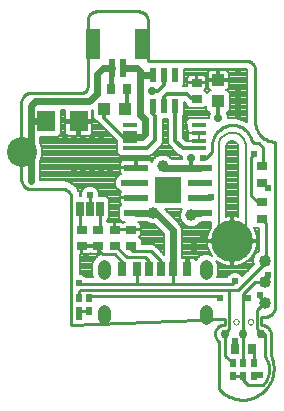
<source format=gtl>
G75*
G70*
%OFA0B0*%
%FSLAX24Y24*%
%IPPOS*%
%LPD*%
%AMOC8*
5,1,8,0,0,1.08239X$1,22.5*
%
%ADD10C,0.0050*%
%ADD11C,0.0100*%
%ADD12C,0.0000*%
%ADD13R,0.0630X0.0709*%
%ADD14R,0.0433X0.0394*%
%ADD15R,0.0394X0.0433*%
%ADD16R,0.0354X0.0250*%
%ADD17R,0.0250X0.0354*%
%ADD18R,0.0810X0.0240*%
%ADD19R,0.0900X0.0900*%
%ADD20R,0.0217X0.0472*%
%ADD21R,0.0472X0.0138*%
%ADD22R,0.0315X0.0472*%
%ADD23R,0.0299X0.0472*%
%ADD24C,0.0004*%
%ADD25C,0.0433*%
%ADD26R,0.0250X0.0500*%
%ADD27C,0.0400*%
%ADD28C,0.0300*%
%ADD29R,0.0236X0.0610*%
%ADD30R,0.0480X0.1000*%
%ADD31R,0.0197X0.0276*%
%ADD32C,0.1000*%
%ADD33C,0.1400*%
%ADD34C,0.0080*%
%ADD35C,0.0240*%
%ADD36C,0.0240*%
%ADD37C,0.0390*%
%ADD38C,0.0140*%
%ADD39C,0.0280*%
%ADD40C,0.0160*%
%ADD41C,0.0120*%
%ADD42C,0.0200*%
D10*
X007158Y005886D02*
X007158Y008596D01*
X007160Y008637D01*
X007165Y008677D01*
X007174Y008717D01*
X007187Y008756D01*
X007203Y008793D01*
X007222Y008829D01*
X007245Y008863D01*
X007270Y008895D01*
X007299Y008925D01*
X007329Y008952D01*
X007362Y008976D01*
X007397Y008997D01*
X007434Y009014D01*
X007472Y009029D01*
X007512Y009040D01*
X007552Y009047D01*
X007593Y009051D01*
X007633Y009051D01*
X007674Y009047D01*
X007714Y009040D01*
X007754Y009029D01*
X007792Y009014D01*
X007829Y008997D01*
X007864Y008976D01*
X007897Y008952D01*
X007927Y008925D01*
X007956Y008895D01*
X007981Y008863D01*
X008004Y008829D01*
X008023Y008793D01*
X008039Y008756D01*
X008052Y008717D01*
X008061Y008677D01*
X008066Y008637D01*
X008068Y008596D01*
X008068Y005886D01*
X008066Y005845D01*
X008061Y005805D01*
X008052Y005765D01*
X008039Y005726D01*
X008023Y005689D01*
X008004Y005653D01*
X007981Y005619D01*
X007956Y005587D01*
X007927Y005557D01*
X007897Y005530D01*
X007864Y005506D01*
X007829Y005485D01*
X007792Y005468D01*
X007754Y005453D01*
X007714Y005442D01*
X007674Y005435D01*
X007633Y005431D01*
X007593Y005431D01*
X007552Y005435D01*
X007512Y005442D01*
X007472Y005453D01*
X007434Y005468D01*
X007397Y005485D01*
X007362Y005506D01*
X007329Y005530D01*
X007299Y005557D01*
X007270Y005587D01*
X007245Y005619D01*
X007222Y005653D01*
X007203Y005689D01*
X007187Y005726D01*
X007174Y005765D01*
X007165Y005805D01*
X007160Y005845D01*
X007158Y005886D01*
D11*
X007364Y002832D02*
X002254Y002646D01*
X002254Y006898D01*
X002248Y006931D01*
X002239Y006963D01*
X002226Y006994D01*
X002210Y007023D01*
X002192Y007050D01*
X002170Y007076D01*
X002146Y007099D01*
X002120Y007119D01*
X002092Y007137D01*
X002062Y007151D01*
X002031Y007162D01*
X001999Y007170D01*
X001966Y007175D01*
X001933Y007176D01*
X001900Y007174D01*
X001899Y007174D02*
X000904Y007174D01*
X000871Y007176D01*
X000839Y007181D01*
X000807Y007189D01*
X000776Y007201D01*
X000747Y007216D01*
X000719Y007234D01*
X000693Y007255D01*
X000670Y007278D01*
X000649Y007304D01*
X000631Y007331D01*
X000616Y007361D01*
X000604Y007392D01*
X000596Y007424D01*
X000591Y007456D01*
X000589Y007489D01*
X000589Y010062D01*
X000591Y010095D01*
X000596Y010127D01*
X000604Y010159D01*
X000616Y010190D01*
X000631Y010219D01*
X000649Y010247D01*
X000670Y010273D01*
X000693Y010296D01*
X000719Y010317D01*
X000747Y010335D01*
X000776Y010350D01*
X000807Y010362D01*
X000839Y010370D01*
X000871Y010375D01*
X000904Y010377D01*
X002595Y010377D01*
X002595Y010376D02*
X002621Y010378D01*
X002646Y010383D01*
X002670Y010391D01*
X002693Y010402D01*
X002715Y010417D01*
X002734Y010434D01*
X002751Y010453D01*
X002766Y010474D01*
X002777Y010498D01*
X002785Y010522D01*
X002790Y010547D01*
X002792Y010573D01*
X002792Y012782D01*
X002794Y012815D01*
X002799Y012847D01*
X002807Y012879D01*
X002819Y012910D01*
X002834Y012939D01*
X002852Y012967D01*
X002873Y012993D01*
X002896Y013016D01*
X002922Y013037D01*
X002950Y013055D01*
X002979Y013070D01*
X003010Y013082D01*
X003042Y013090D01*
X003074Y013095D01*
X003107Y013097D01*
X004489Y013097D01*
X004522Y013095D01*
X004554Y013090D01*
X004586Y013082D01*
X004617Y013070D01*
X004646Y013055D01*
X004674Y013037D01*
X004700Y013016D01*
X004723Y012993D01*
X004744Y012967D01*
X004762Y012939D01*
X004777Y012910D01*
X004789Y012879D01*
X004797Y012847D01*
X004802Y012815D01*
X004804Y012782D01*
X004804Y011456D01*
X008073Y011456D01*
X008073Y011455D02*
X008108Y011452D01*
X008142Y011444D01*
X008175Y011433D01*
X008207Y011419D01*
X008237Y011401D01*
X008265Y011380D01*
X008291Y011356D01*
X008315Y011330D01*
X008335Y011302D01*
X008352Y011271D01*
X008367Y011239D01*
X008377Y011206D01*
X008384Y011171D01*
X008388Y011136D01*
X008387Y011101D01*
X008388Y011101D02*
X008388Y009382D01*
X008250Y008796D02*
X008350Y008696D01*
X008500Y008696D01*
X008650Y008546D01*
X008650Y007937D01*
X008600Y007937D01*
X008250Y008246D02*
X008350Y008346D01*
X008250Y008246D02*
X008250Y006946D01*
X008459Y006737D01*
X008600Y006737D01*
X008794Y007196D02*
X008600Y007390D01*
X008794Y007196D02*
X008800Y007196D01*
X008606Y006190D02*
X008750Y006046D01*
X008750Y004834D01*
X008700Y004784D01*
X008687Y004684D01*
X007800Y003796D01*
X007500Y003796D01*
X002550Y003796D01*
X002500Y003746D01*
X002500Y003525D01*
X002550Y003996D02*
X004450Y003996D01*
X004438Y004008D01*
X004438Y004504D01*
X004700Y004896D02*
X004100Y004896D01*
X003723Y005273D01*
X003700Y005273D01*
X003700Y004996D02*
X003954Y004742D01*
X003954Y004504D01*
X003700Y004996D02*
X003300Y004996D01*
X003150Y005146D01*
X003150Y005273D01*
X003150Y005820D02*
X003195Y005865D01*
X003195Y006521D01*
X002875Y006521D02*
X002875Y006971D01*
X002555Y006521D02*
X002555Y005865D01*
X002600Y005820D01*
X002500Y004046D02*
X002550Y003996D01*
X002900Y003596D02*
X007150Y003596D01*
X007200Y003546D01*
X007500Y003796D02*
X007500Y002496D01*
X007387Y002384D01*
X007387Y002346D01*
X007387Y001613D01*
X007637Y001363D01*
X007167Y000520D02*
X007209Y000473D01*
X007254Y000428D01*
X007302Y000387D01*
X007352Y000348D01*
X007405Y000312D01*
X007459Y000280D01*
X007516Y000251D01*
X007574Y000225D01*
X007633Y000203D01*
X007694Y000185D01*
X007756Y000170D01*
X007819Y000160D01*
X007882Y000153D01*
X007945Y000150D01*
X008009Y000151D01*
X008072Y000156D01*
X008135Y000165D01*
X008197Y000177D01*
X008258Y000194D01*
X008318Y000214D01*
X008377Y000237D01*
X008435Y000265D01*
X008490Y000295D01*
X008544Y000329D01*
X008595Y000367D01*
X008644Y000407D01*
X008690Y000450D01*
X008734Y000496D01*
X008775Y000545D01*
X008813Y000596D01*
X008847Y000649D01*
X008878Y000705D01*
X008906Y000762D01*
X008930Y000820D01*
X008951Y000880D01*
X008968Y000942D01*
X008981Y001004D01*
X008990Y001066D01*
X008995Y001130D01*
X008997Y001193D01*
X008995Y001257D01*
X008988Y001320D01*
X008978Y001382D01*
X008964Y001444D01*
X008947Y001505D01*
X008925Y001565D01*
X008900Y001623D01*
X008900Y002331D01*
X008700Y002346D02*
X008650Y002296D01*
X008587Y002346D01*
X008587Y002359D01*
X008450Y002496D01*
X008450Y003146D01*
X008687Y003384D01*
X008700Y003384D01*
X008550Y003534D01*
X008550Y003646D01*
X009057Y003294D02*
X009055Y003255D01*
X009049Y003217D01*
X009040Y003180D01*
X009027Y003143D01*
X009010Y003108D01*
X008991Y003075D01*
X008968Y003044D01*
X008942Y003015D01*
X008913Y002989D01*
X008882Y002966D01*
X008849Y002947D01*
X008814Y002930D01*
X008777Y002917D01*
X008740Y002908D01*
X008702Y002902D01*
X008663Y002900D01*
X008663Y002901D02*
X008585Y002901D01*
X008585Y002646D01*
X008618Y002644D01*
X008650Y002639D01*
X008682Y002631D01*
X008713Y002619D01*
X008742Y002604D01*
X008770Y002586D01*
X008796Y002565D01*
X008819Y002542D01*
X008840Y002516D01*
X008858Y002488D01*
X008873Y002459D01*
X008885Y002428D01*
X008893Y002396D01*
X008898Y002364D01*
X008900Y002331D01*
X008700Y002346D02*
X008700Y001596D01*
X008337Y001770D02*
X008337Y001363D01*
X008700Y001596D02*
X008730Y001554D01*
X008756Y001510D01*
X008780Y001464D01*
X008800Y001416D01*
X008817Y001367D01*
X008830Y001317D01*
X008840Y001267D01*
X008846Y001215D01*
X008849Y001164D01*
X008848Y001112D01*
X008843Y001061D01*
X008835Y001010D01*
X008824Y000959D01*
X008809Y000910D01*
X008790Y000862D01*
X008768Y000815D01*
X008743Y000770D01*
X008715Y000726D01*
X008684Y000685D01*
X008650Y000646D01*
X008150Y000646D01*
X007987Y000809D01*
X007987Y000930D01*
X007637Y000930D01*
X007987Y001363D02*
X007987Y002346D01*
X007987Y003546D01*
X008150Y003546D01*
X007987Y003546D02*
X007987Y003684D01*
X008387Y004084D01*
X008700Y004084D01*
X008700Y004096D01*
X008800Y004196D01*
X008800Y004296D01*
X008700Y004784D02*
X008600Y004884D01*
X007700Y004096D02*
X007600Y003996D01*
X005600Y003996D01*
X005635Y004031D01*
X005635Y004504D01*
X005233Y004504D02*
X005233Y004763D01*
X004900Y005096D01*
X004300Y005096D01*
X004250Y005146D01*
X004250Y005273D01*
X004700Y004896D02*
X004840Y004757D01*
X004840Y004504D01*
X004450Y003996D02*
X005600Y003996D01*
X007167Y002095D02*
X007167Y000520D01*
X007714Y001846D02*
X007700Y001860D01*
X007700Y002096D01*
X007168Y002096D02*
X007141Y002117D01*
X007116Y002141D01*
X007095Y002168D01*
X007076Y002197D01*
X007061Y002228D01*
X007050Y002260D01*
X007042Y002293D01*
X007038Y002328D01*
X007039Y002362D01*
X007043Y002396D01*
X007050Y002430D01*
X007062Y002462D01*
X007077Y002493D01*
X007096Y002522D01*
X007117Y002548D01*
X007142Y002572D01*
X007169Y002593D01*
X007198Y002611D01*
X007229Y002626D01*
X007262Y002637D01*
X007296Y002644D01*
X007330Y002647D01*
X007364Y002646D01*
X007364Y002832D01*
X008261Y001846D02*
X008337Y001770D01*
X008387Y000980D02*
X008533Y000980D01*
X008387Y000980D02*
X008374Y000978D01*
X008362Y000973D01*
X008352Y000965D01*
X008344Y000955D01*
X008339Y000943D01*
X008337Y000930D01*
X009057Y003294D02*
X009057Y008752D01*
X009057Y008751D02*
X009008Y008752D01*
X008960Y008756D01*
X008912Y008763D01*
X008864Y008774D01*
X008818Y008789D01*
X008773Y008807D01*
X008729Y008828D01*
X008687Y008853D01*
X008647Y008881D01*
X008610Y008911D01*
X008574Y008945D01*
X008541Y008981D01*
X008511Y009019D01*
X008484Y009059D01*
X008460Y009101D01*
X008439Y009145D01*
X008422Y009191D01*
X008408Y009237D01*
X008397Y009285D01*
X008391Y009333D01*
X008387Y009381D01*
X007700Y009296D02*
X007550Y009296D01*
X007700Y009297D02*
X007747Y009291D01*
X007793Y009282D01*
X007838Y009269D01*
X007882Y009253D01*
X007925Y009233D01*
X007966Y009210D01*
X008005Y009184D01*
X008042Y009156D01*
X008077Y009124D01*
X008109Y009090D01*
X008139Y009053D01*
X008166Y009014D01*
X008189Y008974D01*
X008209Y008931D01*
X008227Y008887D01*
X008240Y008842D01*
X008250Y008796D01*
X007550Y009296D02*
X007502Y009291D01*
X007454Y009281D01*
X007407Y009269D01*
X007361Y009252D01*
X007316Y009233D01*
X007273Y009210D01*
X007232Y009184D01*
X007192Y009155D01*
X007156Y009123D01*
X007121Y009089D01*
X007089Y009052D01*
X007061Y009012D01*
X007035Y008971D01*
X007012Y008928D01*
X006993Y008883D01*
X006977Y008837D01*
X006964Y008790D01*
X006955Y008742D01*
X006950Y008693D01*
X006948Y008645D01*
X006950Y008596D01*
X006950Y008421D01*
X006750Y008221D01*
X006650Y008221D01*
X006650Y007381D02*
X006650Y007360D01*
X006530Y007380D01*
X006530Y006880D02*
X006884Y006880D01*
X006900Y006896D01*
X008600Y006190D02*
X008606Y006190D01*
X004410Y007380D02*
X004376Y007346D01*
X004000Y007381D01*
X002900Y003596D02*
X002871Y003567D01*
X002871Y003546D01*
X002850Y003525D01*
X002850Y003546D01*
X002850Y003092D02*
X002500Y003092D01*
X002500Y002896D01*
D12*
X007650Y002746D02*
X007652Y002765D01*
X007658Y002783D01*
X007667Y002799D01*
X007680Y002813D01*
X007695Y002824D01*
X007712Y002832D01*
X007731Y002836D01*
X007749Y002836D01*
X007768Y002832D01*
X007785Y002824D01*
X007800Y002813D01*
X007813Y002799D01*
X007822Y002783D01*
X007828Y002765D01*
X007830Y002746D01*
X007828Y002727D01*
X007822Y002709D01*
X007813Y002693D01*
X007800Y002679D01*
X007785Y002668D01*
X007768Y002660D01*
X007749Y002656D01*
X007731Y002656D01*
X007712Y002660D01*
X007695Y002668D01*
X007680Y002679D01*
X007667Y002693D01*
X007658Y002709D01*
X007652Y002727D01*
X007650Y002746D01*
X008130Y002746D02*
X008132Y002765D01*
X008138Y002783D01*
X008147Y002799D01*
X008160Y002813D01*
X008175Y002824D01*
X008192Y002832D01*
X008211Y002836D01*
X008229Y002836D01*
X008248Y002832D01*
X008265Y002824D01*
X008280Y002813D01*
X008293Y002799D01*
X008302Y002783D01*
X008308Y002765D01*
X008310Y002746D01*
X008308Y002727D01*
X008302Y002709D01*
X008293Y002693D01*
X008280Y002679D01*
X008265Y002668D01*
X008248Y002660D01*
X008229Y002656D01*
X008211Y002656D01*
X008192Y002660D01*
X008175Y002668D01*
X008160Y002679D01*
X008147Y002693D01*
X008138Y002709D01*
X008132Y002727D01*
X008130Y002746D01*
D13*
X002496Y009426D03*
X001414Y009426D03*
D14*
X007150Y010092D03*
X007150Y010801D03*
D15*
X004056Y009846D03*
X003347Y009846D03*
D16*
X003150Y005820D03*
X003150Y005273D03*
X003700Y005273D03*
X003700Y005820D03*
X004250Y005820D03*
X004250Y005273D03*
X002600Y005273D03*
X002600Y005820D03*
X006433Y010173D03*
X006433Y010720D03*
X008600Y007937D03*
X008600Y007390D03*
X008600Y006737D03*
X008600Y006190D03*
D17*
X008261Y001846D03*
X007714Y001846D03*
X004117Y010496D03*
X003570Y010496D03*
D18*
X004410Y007880D03*
X004410Y007380D03*
X004410Y006880D03*
X004410Y006380D03*
X006530Y006380D03*
X006530Y006880D03*
X006530Y007380D03*
X006530Y007880D03*
D19*
X005470Y007130D03*
D20*
X005350Y009934D03*
X004976Y009934D03*
X004976Y010958D03*
X005350Y010958D03*
X005724Y010958D03*
X005724Y009934D03*
D21*
X006502Y009301D03*
X006502Y009045D03*
X006502Y008789D03*
X006502Y008533D03*
X004198Y008533D03*
X004198Y008789D03*
X004198Y009045D03*
X004198Y009301D03*
D22*
X004438Y004504D03*
X003954Y004504D03*
X005635Y004504D03*
X006119Y004504D03*
D23*
X005233Y004504D03*
X004840Y004504D03*
D24*
X003454Y004600D02*
X003454Y004356D01*
X003452Y004336D01*
X003447Y004316D01*
X003438Y004297D01*
X003426Y004280D01*
X003412Y004266D01*
X003395Y004254D01*
X003376Y004245D01*
X003356Y004240D01*
X003336Y004238D01*
X003316Y004240D01*
X003296Y004245D01*
X003277Y004254D01*
X003260Y004266D01*
X003246Y004280D01*
X003234Y004297D01*
X003225Y004316D01*
X003220Y004336D01*
X003218Y004356D01*
X003218Y004600D01*
X003220Y004620D01*
X003225Y004640D01*
X003234Y004659D01*
X003246Y004676D01*
X003260Y004690D01*
X003277Y004702D01*
X003296Y004711D01*
X003316Y004716D01*
X003336Y004718D01*
X003356Y004716D01*
X003376Y004711D01*
X003395Y004702D01*
X003412Y004690D01*
X003426Y004676D01*
X003438Y004659D01*
X003447Y004640D01*
X003452Y004620D01*
X003454Y004600D01*
X003454Y003104D02*
X003454Y002860D01*
X003452Y002840D01*
X003447Y002820D01*
X003438Y002801D01*
X003426Y002784D01*
X003412Y002770D01*
X003395Y002758D01*
X003376Y002749D01*
X003356Y002744D01*
X003336Y002742D01*
X003316Y002744D01*
X003296Y002749D01*
X003277Y002758D01*
X003260Y002770D01*
X003246Y002784D01*
X003234Y002801D01*
X003225Y002820D01*
X003220Y002840D01*
X003218Y002860D01*
X003218Y003104D01*
X003220Y003124D01*
X003225Y003144D01*
X003234Y003163D01*
X003246Y003180D01*
X003260Y003194D01*
X003277Y003206D01*
X003296Y003215D01*
X003316Y003220D01*
X003336Y003222D01*
X003356Y003220D01*
X003376Y003215D01*
X003395Y003206D01*
X003412Y003194D01*
X003426Y003180D01*
X003438Y003163D01*
X003447Y003144D01*
X003452Y003124D01*
X003454Y003104D01*
X006619Y003104D02*
X006619Y002860D01*
X006621Y002840D01*
X006626Y002820D01*
X006635Y002801D01*
X006647Y002784D01*
X006661Y002770D01*
X006678Y002758D01*
X006697Y002749D01*
X006717Y002744D01*
X006737Y002742D01*
X006757Y002744D01*
X006777Y002749D01*
X006796Y002758D01*
X006813Y002770D01*
X006827Y002784D01*
X006839Y002801D01*
X006848Y002820D01*
X006853Y002840D01*
X006855Y002860D01*
X006855Y003104D01*
X006853Y003124D01*
X006848Y003144D01*
X006839Y003163D01*
X006827Y003180D01*
X006813Y003194D01*
X006796Y003206D01*
X006777Y003215D01*
X006757Y003220D01*
X006737Y003222D01*
X006717Y003220D01*
X006697Y003215D01*
X006678Y003206D01*
X006661Y003194D01*
X006647Y003180D01*
X006635Y003163D01*
X006626Y003144D01*
X006621Y003124D01*
X006619Y003104D01*
X006619Y004356D02*
X006619Y004600D01*
X006621Y004620D01*
X006626Y004640D01*
X006635Y004659D01*
X006647Y004676D01*
X006661Y004690D01*
X006678Y004702D01*
X006697Y004711D01*
X006717Y004716D01*
X006737Y004718D01*
X006757Y004716D01*
X006777Y004711D01*
X006796Y004702D01*
X006813Y004690D01*
X006827Y004676D01*
X006839Y004659D01*
X006848Y004640D01*
X006853Y004620D01*
X006855Y004600D01*
X006855Y004356D01*
X006853Y004336D01*
X006848Y004316D01*
X006839Y004297D01*
X006827Y004280D01*
X006813Y004266D01*
X006796Y004254D01*
X006777Y004245D01*
X006757Y004240D01*
X006737Y004238D01*
X006717Y004240D01*
X006697Y004245D01*
X006678Y004254D01*
X006661Y004266D01*
X006647Y004280D01*
X006635Y004297D01*
X006626Y004316D01*
X006621Y004336D01*
X006619Y004356D01*
D25*
X006737Y004594D02*
X006737Y004594D01*
X006737Y004358D01*
X006737Y004358D01*
X006737Y004594D01*
X006737Y003098D02*
X006737Y003098D01*
X006737Y002862D01*
X006737Y002862D01*
X006737Y003098D01*
X003336Y003098D02*
X003336Y003098D01*
X003336Y002862D01*
X003336Y002862D01*
X003336Y003098D01*
X003336Y004594D02*
X003336Y004594D01*
X003336Y004358D01*
X003336Y004358D01*
X003336Y004594D01*
D26*
X003195Y006521D03*
X002875Y006521D03*
X002555Y006521D03*
D27*
X008700Y004784D03*
X008700Y004084D03*
X008700Y003384D03*
D28*
X008587Y002346D03*
X007987Y002346D03*
X007387Y002346D03*
D29*
X003990Y011202D03*
X003597Y011202D03*
D30*
X002985Y011996D03*
X004602Y011996D03*
D31*
X002850Y003525D03*
X002500Y003525D03*
X002500Y003092D03*
X002850Y003092D03*
X007637Y001363D03*
X007987Y001363D03*
X008337Y001363D03*
X008337Y000930D03*
X007987Y000930D03*
X007637Y000930D03*
D32*
X000600Y008396D03*
D33*
X007615Y005436D03*
D34*
X007650Y005700D02*
X007576Y005700D01*
X007575Y005700D01*
X007575Y006276D01*
X007560Y006276D01*
X007451Y006262D01*
X007423Y006255D01*
X007423Y008596D01*
X007427Y008633D01*
X007455Y008702D01*
X007508Y008754D01*
X007576Y008783D01*
X007650Y008783D01*
X007719Y008754D01*
X007771Y008702D01*
X007800Y008633D01*
X007803Y008596D01*
X007803Y006255D01*
X007779Y006262D01*
X007670Y006276D01*
X007655Y006276D01*
X007655Y005702D01*
X007650Y005700D01*
X007655Y005708D02*
X007575Y005708D01*
X007575Y005786D02*
X007655Y005786D01*
X007655Y005865D02*
X007575Y005865D01*
X007575Y005943D02*
X007655Y005943D01*
X007655Y006022D02*
X007575Y006022D01*
X007575Y006100D02*
X007655Y006100D01*
X007655Y006179D02*
X007575Y006179D01*
X007575Y006257D02*
X007655Y006257D01*
X007796Y006257D02*
X007803Y006257D01*
X007803Y006336D02*
X007423Y006336D01*
X007423Y006414D02*
X007803Y006414D01*
X007803Y006493D02*
X007423Y006493D01*
X007423Y006571D02*
X007803Y006571D01*
X007803Y006650D02*
X007423Y006650D01*
X007423Y006728D02*
X007803Y006728D01*
X007803Y006807D02*
X007423Y006807D01*
X007423Y006885D02*
X007803Y006885D01*
X007803Y006964D02*
X007423Y006964D01*
X007423Y007042D02*
X007803Y007042D01*
X007803Y007121D02*
X007423Y007121D01*
X007423Y007199D02*
X007803Y007199D01*
X007803Y007278D02*
X007423Y007278D01*
X007423Y007356D02*
X007803Y007356D01*
X007803Y007435D02*
X007423Y007435D01*
X007423Y007513D02*
X007803Y007513D01*
X007803Y007592D02*
X007423Y007592D01*
X007423Y007670D02*
X007803Y007670D01*
X007803Y007749D02*
X007423Y007749D01*
X007423Y007827D02*
X007803Y007827D01*
X007803Y007906D02*
X007423Y007906D01*
X007423Y007984D02*
X007803Y007984D01*
X007803Y008063D02*
X007423Y008063D01*
X007423Y008141D02*
X007803Y008141D01*
X007803Y008220D02*
X007423Y008220D01*
X007423Y008298D02*
X007803Y008298D01*
X007803Y008377D02*
X007423Y008377D01*
X007423Y008455D02*
X007803Y008455D01*
X007803Y008534D02*
X007423Y008534D01*
X007425Y008612D02*
X007802Y008612D01*
X007776Y008691D02*
X007451Y008691D01*
X007544Y008769D02*
X007683Y008769D01*
X008097Y009410D02*
X007857Y009514D01*
X007803Y009518D01*
X007795Y009526D01*
X007710Y009526D01*
X007624Y009533D01*
X007623Y009533D01*
X007541Y009526D01*
X007470Y009526D01*
X007470Y009610D01*
X007427Y009715D01*
X007441Y009715D01*
X007547Y009820D01*
X007547Y010363D01*
X007441Y010468D01*
X007401Y010468D01*
X007421Y010474D01*
X007452Y010492D01*
X007479Y010518D01*
X007497Y010550D01*
X007507Y010586D01*
X007507Y010761D01*
X007190Y010761D01*
X007190Y010841D01*
X007110Y010841D01*
X007110Y011138D01*
X006915Y011138D01*
X006879Y011128D01*
X006848Y011110D01*
X006821Y011084D01*
X006803Y011052D01*
X006793Y011016D01*
X006793Y010841D01*
X007110Y010841D01*
X007110Y010761D01*
X006793Y010761D01*
X006793Y010586D01*
X006803Y010550D01*
X006821Y010518D01*
X006848Y010492D01*
X006879Y010474D01*
X006899Y010468D01*
X006859Y010468D01*
X006776Y010386D01*
X006686Y010477D01*
X006696Y010483D01*
X006722Y010509D01*
X006740Y010541D01*
X006750Y010576D01*
X006750Y010697D01*
X006455Y010697D01*
X006455Y010742D01*
X006410Y010742D01*
X006410Y010697D01*
X006116Y010697D01*
X006116Y010596D01*
X005961Y010596D01*
X006012Y010647D01*
X006012Y011166D01*
X008059Y011166D01*
X008065Y011165D01*
X008080Y011157D01*
X008092Y011144D01*
X008098Y011128D01*
X008098Y011110D01*
X008095Y011061D01*
X008098Y011053D01*
X008098Y009435D01*
X008096Y009431D01*
X008097Y009410D01*
X008098Y009476D02*
X007945Y009476D01*
X007857Y009514D02*
X007857Y009514D01*
X008098Y009554D02*
X007470Y009554D01*
X007461Y009633D02*
X008098Y009633D01*
X008098Y009711D02*
X007428Y009711D01*
X007516Y009790D02*
X008098Y009790D01*
X008098Y009868D02*
X007547Y009868D01*
X007547Y009947D02*
X008098Y009947D01*
X008098Y010025D02*
X007547Y010025D01*
X007547Y010104D02*
X008098Y010104D01*
X008098Y010182D02*
X007547Y010182D01*
X007547Y010261D02*
X008098Y010261D01*
X008098Y010339D02*
X007547Y010339D01*
X007492Y010418D02*
X008098Y010418D01*
X008098Y010496D02*
X007457Y010496D01*
X007504Y010575D02*
X008098Y010575D01*
X008098Y010653D02*
X007507Y010653D01*
X007507Y010732D02*
X008098Y010732D01*
X008098Y010810D02*
X007190Y010810D01*
X007190Y010841D02*
X007507Y010841D01*
X007507Y011016D01*
X007497Y011052D01*
X007479Y011084D01*
X007452Y011110D01*
X007421Y011128D01*
X007385Y011138D01*
X007190Y011138D01*
X007190Y010841D01*
X007190Y010889D02*
X007110Y010889D01*
X007110Y010967D02*
X007190Y010967D01*
X007190Y011046D02*
X007110Y011046D01*
X007110Y011124D02*
X007190Y011124D01*
X007427Y011124D02*
X008098Y011124D01*
X008098Y011046D02*
X007499Y011046D01*
X007507Y010967D02*
X008098Y010967D01*
X008098Y010889D02*
X007507Y010889D01*
X007110Y010810D02*
X006750Y010810D01*
X006750Y010863D02*
X006750Y010742D01*
X006455Y010742D01*
X006455Y010985D01*
X006628Y010985D01*
X006664Y010975D01*
X006696Y010957D01*
X006722Y010931D01*
X006740Y010899D01*
X006750Y010863D01*
X006743Y010889D02*
X006793Y010889D01*
X006793Y010967D02*
X006677Y010967D01*
X006801Y011046D02*
X006012Y011046D01*
X006012Y011124D02*
X006873Y011124D01*
X006793Y010732D02*
X006455Y010732D01*
X006410Y010732D02*
X006012Y010732D01*
X006012Y010810D02*
X006116Y010810D01*
X006116Y010863D02*
X006116Y010742D01*
X006410Y010742D01*
X006410Y010985D01*
X006237Y010985D01*
X006201Y010975D01*
X006170Y010957D01*
X006143Y010931D01*
X006125Y010899D01*
X006116Y010863D01*
X006122Y010889D02*
X006012Y010889D01*
X006012Y010967D02*
X006188Y010967D01*
X006410Y010967D02*
X006455Y010967D01*
X006455Y010889D02*
X006410Y010889D01*
X006410Y010810D02*
X006455Y010810D01*
X006710Y010496D02*
X006843Y010496D01*
X006808Y010418D02*
X006745Y010418D01*
X006749Y010575D02*
X006796Y010575D01*
X006793Y010653D02*
X006750Y010653D01*
X006753Y009937D02*
X006753Y009820D01*
X006859Y009715D01*
X006873Y009715D01*
X006830Y009610D01*
X006830Y009532D01*
X006812Y009550D01*
X006191Y009550D01*
X006085Y009444D01*
X006085Y009157D01*
X006125Y009117D01*
X006125Y009045D01*
X006502Y009045D01*
X006502Y008836D01*
X006502Y008789D01*
X006502Y008789D01*
X006502Y009045D01*
X006502Y009045D01*
X006502Y009045D01*
X006125Y009045D01*
X006125Y008957D01*
X006135Y008922D01*
X006138Y008917D01*
X006135Y008912D01*
X006125Y008876D01*
X006125Y008789D01*
X006502Y008789D01*
X006502Y008789D01*
X006125Y008789D01*
X006125Y008783D01*
X006067Y008783D01*
X005974Y008876D01*
X005974Y009585D01*
X006012Y009624D01*
X006012Y010080D01*
X006038Y010055D01*
X006076Y010017D01*
X006076Y009973D01*
X006181Y009868D01*
X006684Y009868D01*
X006753Y009937D01*
X006753Y009868D02*
X006685Y009868D01*
X006784Y009790D02*
X006012Y009790D01*
X006012Y009868D02*
X006181Y009868D01*
X006102Y009947D02*
X006012Y009947D01*
X006012Y010025D02*
X006067Y010025D01*
X006012Y009711D02*
X006872Y009711D01*
X006839Y009633D02*
X006012Y009633D01*
X005974Y009554D02*
X006830Y009554D01*
X006502Y009005D02*
X006502Y009005D01*
X006502Y008926D02*
X006502Y008926D01*
X006502Y008848D02*
X006502Y008848D01*
X006134Y008926D02*
X005974Y008926D01*
X005974Y009005D02*
X006125Y009005D01*
X006125Y009083D02*
X005974Y009083D01*
X005974Y009162D02*
X006085Y009162D01*
X006085Y009240D02*
X005974Y009240D01*
X005974Y009319D02*
X006085Y009319D01*
X006085Y009397D02*
X005974Y009397D01*
X005974Y009476D02*
X006117Y009476D01*
X006125Y008848D02*
X006002Y008848D01*
X005687Y008455D02*
X005063Y008455D01*
X005141Y008534D02*
X005609Y008534D01*
X005530Y008612D02*
X005220Y008612D01*
X005192Y008584D02*
X005262Y008655D01*
X005300Y008747D01*
X005300Y009518D01*
X005474Y009518D01*
X005474Y008723D01*
X005512Y008631D01*
X005822Y008321D01*
X005914Y008283D01*
X005940Y008283D01*
X005930Y008260D01*
X005930Y008180D01*
X005596Y008180D01*
X005512Y008264D01*
X005375Y008321D01*
X005225Y008321D01*
X005088Y008264D01*
X004982Y008159D01*
X004941Y008061D01*
X004927Y008086D01*
X004901Y008112D01*
X004869Y008131D01*
X004833Y008140D01*
X004430Y008140D01*
X004430Y007900D01*
X004390Y007900D01*
X004390Y008140D01*
X003986Y008140D01*
X003951Y008131D01*
X003919Y008112D01*
X003893Y008086D01*
X003874Y008054D01*
X003865Y008019D01*
X003865Y007900D01*
X004390Y007900D01*
X004390Y007860D01*
X003865Y007860D01*
X003865Y007742D01*
X003874Y007706D01*
X003893Y007674D01*
X003902Y007665D01*
X003830Y007636D01*
X003746Y007551D01*
X003700Y007441D01*
X003700Y007322D01*
X003746Y007211D01*
X003830Y007127D01*
X003903Y007097D01*
X003893Y007086D01*
X003874Y007054D01*
X003865Y007019D01*
X003865Y006900D01*
X004390Y006900D01*
X004390Y006860D01*
X003865Y006860D01*
X003865Y006742D01*
X003874Y006706D01*
X003893Y006674D01*
X003908Y006658D01*
X003825Y006575D01*
X003825Y006186D01*
X003930Y006080D01*
X004038Y006080D01*
X004019Y006075D01*
X003987Y006057D01*
X003975Y006045D01*
X003963Y006057D01*
X003931Y006075D01*
X003896Y006085D01*
X003723Y006085D01*
X003723Y005842D01*
X003933Y005842D01*
X004227Y005842D01*
X004227Y005797D01*
X003723Y005797D01*
X003723Y005842D01*
X003677Y005842D01*
X003677Y006085D01*
X003504Y006085D01*
X003469Y006075D01*
X003458Y006069D01*
X003425Y006101D01*
X003425Y006121D01*
X003500Y006196D01*
X003500Y006845D01*
X003395Y006951D01*
X003175Y006951D01*
X003175Y007031D01*
X003129Y007141D01*
X003045Y007226D01*
X002935Y007271D01*
X002815Y007271D01*
X002705Y007226D01*
X002621Y007141D01*
X002575Y007031D01*
X002575Y006951D01*
X002544Y006951D01*
X002544Y006956D01*
X002536Y006973D01*
X002526Y007054D01*
X002526Y007054D01*
X002407Y007264D01*
X002407Y007264D01*
X002407Y007264D01*
X002216Y007413D01*
X001983Y007477D01*
X001881Y007464D01*
X001200Y007464D01*
X001200Y008068D01*
X001280Y008261D01*
X001280Y008532D01*
X001200Y008725D01*
X001200Y008891D01*
X001803Y008891D01*
X001909Y008997D01*
X001909Y009796D01*
X002041Y009796D01*
X002041Y009466D01*
X002456Y009466D01*
X002456Y009386D01*
X002041Y009386D01*
X002041Y009053D01*
X002051Y009017D01*
X002069Y008986D01*
X002095Y008959D01*
X002127Y008941D01*
X002163Y008931D01*
X002456Y008931D01*
X002456Y009386D01*
X002536Y009386D01*
X002536Y008931D01*
X002830Y008931D01*
X002865Y008941D01*
X002897Y008959D01*
X002923Y008986D01*
X002942Y009017D01*
X002951Y009053D01*
X002951Y009386D01*
X002536Y009386D01*
X002536Y009466D01*
X002951Y009466D01*
X002951Y009799D01*
X002948Y009812D01*
X002970Y009821D01*
X002970Y009555D01*
X003076Y009450D01*
X003119Y009450D01*
X003138Y009405D01*
X003208Y009334D01*
X003782Y008761D01*
X003782Y008389D01*
X003888Y008284D01*
X004146Y008284D01*
X004149Y008283D01*
X004836Y008283D01*
X004928Y008321D01*
X005192Y008584D01*
X005277Y008691D02*
X005487Y008691D01*
X005474Y008769D02*
X005300Y008769D01*
X005300Y008848D02*
X005474Y008848D01*
X005474Y008926D02*
X005300Y008926D01*
X005300Y009005D02*
X005474Y009005D01*
X005474Y009083D02*
X005300Y009083D01*
X005300Y009162D02*
X005474Y009162D01*
X005474Y009240D02*
X005300Y009240D01*
X005300Y009319D02*
X005474Y009319D01*
X005474Y009397D02*
X005300Y009397D01*
X005300Y009476D02*
X005474Y009476D01*
X006012Y010653D02*
X006116Y010653D01*
X005766Y008377D02*
X004984Y008377D01*
X004874Y008298D02*
X005170Y008298D01*
X005043Y008220D02*
X001263Y008220D01*
X001280Y008298D02*
X003873Y008298D01*
X003795Y008377D02*
X001280Y008377D01*
X001280Y008455D02*
X003782Y008455D01*
X003782Y008534D02*
X001279Y008534D01*
X001247Y008612D02*
X003782Y008612D01*
X003782Y008691D02*
X001214Y008691D01*
X001200Y008769D02*
X003773Y008769D01*
X003695Y008848D02*
X001200Y008848D01*
X001230Y008141D02*
X004975Y008141D01*
X004942Y008063D02*
X004940Y008063D01*
X005430Y008298D02*
X005876Y008298D01*
X005930Y008220D02*
X005557Y008220D01*
X004430Y008063D02*
X004390Y008063D01*
X004390Y007984D02*
X004430Y007984D01*
X004430Y007906D02*
X004390Y007906D01*
X003897Y007670D02*
X001200Y007670D01*
X001200Y007592D02*
X003786Y007592D01*
X003730Y007513D02*
X001200Y007513D01*
X001200Y007749D02*
X003865Y007749D01*
X003865Y007827D02*
X001200Y007827D01*
X001200Y007906D02*
X003865Y007906D01*
X003865Y007984D02*
X001200Y007984D01*
X001200Y008063D02*
X003879Y008063D01*
X003700Y007435D02*
X002135Y007435D01*
X002216Y007413D02*
X002216Y007413D01*
X002288Y007356D02*
X003700Y007356D01*
X003718Y007278D02*
X002389Y007278D01*
X002444Y007199D02*
X002679Y007199D01*
X002612Y007121D02*
X002488Y007121D01*
X002528Y007042D02*
X002580Y007042D01*
X002575Y006964D02*
X002540Y006964D01*
X003071Y007199D02*
X003758Y007199D01*
X003845Y007121D02*
X003138Y007121D01*
X003170Y007042D02*
X003871Y007042D01*
X003865Y006964D02*
X003175Y006964D01*
X003460Y006885D02*
X004390Y006885D01*
X003900Y006650D02*
X003500Y006650D01*
X003500Y006728D02*
X003868Y006728D01*
X003865Y006807D02*
X003500Y006807D01*
X003500Y006571D02*
X003825Y006571D01*
X003825Y006493D02*
X003500Y006493D01*
X003500Y006414D02*
X003825Y006414D01*
X003825Y006336D02*
X003500Y006336D01*
X003500Y006257D02*
X003825Y006257D01*
X003831Y006179D02*
X003483Y006179D01*
X003426Y006100D02*
X003910Y006100D01*
X003723Y006022D02*
X003677Y006022D01*
X003677Y005943D02*
X003723Y005943D01*
X003723Y005865D02*
X003677Y005865D01*
X003173Y005250D02*
X003173Y005008D01*
X003346Y005008D01*
X003381Y005017D01*
X003392Y005024D01*
X003433Y004983D01*
X003415Y004991D01*
X003257Y004991D01*
X003111Y004930D01*
X003000Y004819D01*
X002939Y004673D01*
X002939Y004279D01*
X002961Y004226D01*
X002744Y004226D01*
X002670Y004301D01*
X002560Y004346D01*
X002544Y004346D01*
X002544Y005008D01*
X002577Y005008D01*
X002577Y005250D01*
X002623Y005250D01*
X002623Y005295D01*
X002917Y005295D01*
X003127Y005295D01*
X003127Y005250D01*
X003173Y005250D01*
X003173Y005237D02*
X003127Y005237D01*
X003127Y005250D02*
X003127Y005008D01*
X002954Y005008D01*
X002919Y005017D01*
X002887Y005036D01*
X002875Y005048D01*
X002863Y005036D01*
X002831Y005017D01*
X002796Y005008D01*
X002623Y005008D01*
X002623Y005250D01*
X003127Y005250D01*
X003127Y005158D02*
X003173Y005158D01*
X003173Y005080D02*
X003127Y005080D01*
X003103Y004923D02*
X002544Y004923D01*
X002544Y005001D02*
X003415Y005001D01*
X003025Y004844D02*
X002544Y004844D01*
X002544Y004766D02*
X002978Y004766D01*
X002945Y004687D02*
X002544Y004687D01*
X002544Y004609D02*
X002939Y004609D01*
X002939Y004530D02*
X002544Y004530D01*
X002544Y004452D02*
X002939Y004452D01*
X002939Y004373D02*
X002544Y004373D01*
X002676Y004295D02*
X002939Y004295D01*
X002623Y005080D02*
X002577Y005080D01*
X002577Y005158D02*
X002623Y005158D01*
X002623Y005237D02*
X002577Y005237D01*
X001983Y007477D02*
X001983Y007477D01*
X001838Y008926D02*
X003616Y008926D01*
X003538Y009005D02*
X002934Y009005D01*
X002951Y009083D02*
X003459Y009083D01*
X003381Y009162D02*
X002951Y009162D01*
X002951Y009240D02*
X003302Y009240D01*
X003224Y009319D02*
X002951Y009319D01*
X002951Y009476D02*
X003049Y009476D01*
X002971Y009554D02*
X002951Y009554D01*
X002951Y009633D02*
X002970Y009633D01*
X002970Y009711D02*
X002951Y009711D01*
X002951Y009790D02*
X002970Y009790D01*
X003145Y009397D02*
X002536Y009397D01*
X002536Y009319D02*
X002456Y009319D01*
X002456Y009397D02*
X001909Y009397D01*
X001909Y009319D02*
X002041Y009319D01*
X002041Y009240D02*
X001909Y009240D01*
X001909Y009162D02*
X002041Y009162D01*
X002041Y009083D02*
X001909Y009083D01*
X001909Y009005D02*
X002058Y009005D01*
X002456Y009005D02*
X002536Y009005D01*
X002536Y009083D02*
X002456Y009083D01*
X002456Y009162D02*
X002536Y009162D01*
X002536Y009240D02*
X002456Y009240D01*
X002041Y009476D02*
X001909Y009476D01*
X001909Y009554D02*
X002041Y009554D01*
X002041Y009633D02*
X001909Y009633D01*
X001909Y009711D02*
X002041Y009711D01*
X002041Y009790D02*
X001909Y009790D01*
X004462Y006080D02*
X004754Y006080D01*
X004771Y006062D01*
X004909Y006005D01*
X005017Y006005D01*
X005335Y005687D01*
X005335Y004987D01*
X005329Y004993D01*
X004995Y005326D01*
X004607Y005326D01*
X004607Y005472D01*
X005335Y005472D01*
X005335Y005394D02*
X004607Y005394D01*
X004607Y005472D02*
X004503Y005577D01*
X004513Y005583D01*
X004539Y005609D01*
X004558Y005641D01*
X004567Y005676D01*
X004567Y005797D01*
X004273Y005797D01*
X004273Y005842D01*
X004567Y005842D01*
X004567Y005963D01*
X004558Y005999D01*
X004539Y006031D01*
X004513Y006057D01*
X004481Y006075D01*
X004462Y006080D01*
X004544Y006022D02*
X004869Y006022D01*
X005079Y005943D02*
X004567Y005943D01*
X004567Y005865D02*
X005157Y005865D01*
X005236Y005786D02*
X004567Y005786D01*
X004567Y005708D02*
X005314Y005708D01*
X005335Y005629D02*
X004551Y005629D01*
X004529Y005551D02*
X005335Y005551D01*
X005335Y005315D02*
X005006Y005315D01*
X005085Y005237D02*
X005335Y005237D01*
X005335Y005158D02*
X005163Y005158D01*
X005242Y005080D02*
X005335Y005080D01*
X005335Y005001D02*
X005320Y005001D01*
X005935Y005001D02*
X006896Y005001D01*
X006915Y004969D02*
X006936Y004941D01*
X006816Y004991D01*
X006658Y004991D01*
X006513Y004930D01*
X006401Y004819D01*
X006398Y004810D01*
X006389Y004826D01*
X006363Y004852D01*
X006331Y004870D01*
X006295Y004880D01*
X006158Y004880D01*
X006158Y004543D01*
X006080Y004543D01*
X006080Y004880D01*
X005943Y004880D01*
X005935Y004878D01*
X005935Y005871D01*
X005889Y005981D01*
X005805Y006066D01*
X005370Y006500D01*
X005929Y006500D01*
X005875Y006371D01*
X005875Y006222D01*
X005932Y006084D01*
X006038Y005978D01*
X006175Y005921D01*
X006325Y005921D01*
X006462Y005978D01*
X006564Y006080D01*
X006893Y006080D01*
X006893Y005866D01*
X006860Y005809D01*
X006818Y005707D01*
X006789Y005601D01*
X006775Y005491D01*
X006775Y005476D01*
X007005Y005476D01*
X007085Y005396D01*
X006775Y005396D01*
X006775Y005381D01*
X006789Y005272D01*
X006818Y005166D01*
X006860Y005064D01*
X006915Y004969D01*
X006853Y005080D02*
X005935Y005080D01*
X005935Y005158D02*
X006821Y005158D01*
X006799Y005237D02*
X005935Y005237D01*
X005935Y005315D02*
X006784Y005315D01*
X006775Y005394D02*
X005935Y005394D01*
X005935Y005472D02*
X007009Y005472D01*
X006783Y005551D02*
X005935Y005551D01*
X005935Y005629D02*
X006797Y005629D01*
X006818Y005708D02*
X005935Y005708D01*
X005935Y005786D02*
X006851Y005786D01*
X006892Y005865D02*
X005935Y005865D01*
X005905Y005943D02*
X006122Y005943D01*
X005994Y006022D02*
X005849Y006022D01*
X005925Y006100D02*
X005770Y006100D01*
X005692Y006179D02*
X005893Y006179D01*
X005875Y006257D02*
X005613Y006257D01*
X005535Y006336D02*
X005875Y006336D01*
X005893Y006414D02*
X005456Y006414D01*
X005378Y006493D02*
X005926Y006493D01*
X006378Y005943D02*
X006893Y005943D01*
X006893Y006022D02*
X006506Y006022D01*
X006505Y004923D02*
X005935Y004923D01*
X006080Y004844D02*
X006158Y004844D01*
X006158Y004766D02*
X006080Y004766D01*
X006080Y004687D02*
X006158Y004687D01*
X006158Y004609D02*
X006080Y004609D01*
X006370Y004844D02*
X006427Y004844D01*
X007089Y004781D02*
X007147Y004736D01*
X007243Y004681D01*
X007344Y004639D01*
X007451Y004611D01*
X007560Y004596D01*
X007575Y004596D01*
X007575Y005166D01*
X007655Y005166D01*
X007655Y004596D01*
X007670Y004596D01*
X007779Y004611D01*
X007886Y004639D01*
X007987Y004681D01*
X008083Y004736D01*
X008170Y004803D01*
X008248Y004881D01*
X008315Y004969D01*
X008370Y005064D01*
X008412Y005166D01*
X008441Y005272D01*
X008455Y005381D01*
X008455Y005396D01*
X008142Y005396D01*
X008222Y005476D01*
X008455Y005476D01*
X008455Y005491D01*
X008441Y005601D01*
X008412Y005707D01*
X008370Y005809D01*
X008333Y005872D01*
X008333Y005900D01*
X008348Y005885D01*
X008520Y005885D01*
X008520Y005120D01*
X008485Y005106D01*
X008378Y004999D01*
X008320Y004859D01*
X008320Y004708D01*
X008339Y004661D01*
X007949Y004271D01*
X007870Y004351D01*
X007760Y004396D01*
X007640Y004396D01*
X007530Y004351D01*
X007446Y004266D01*
X007429Y004226D01*
X007112Y004226D01*
X007134Y004279D01*
X007134Y004673D01*
X007089Y004781D01*
X007096Y004766D02*
X007109Y004766D01*
X007128Y004687D02*
X007232Y004687D01*
X007134Y004609D02*
X007465Y004609D01*
X007575Y004609D02*
X007655Y004609D01*
X007655Y004687D02*
X007575Y004687D01*
X007575Y004766D02*
X007655Y004766D01*
X007655Y004844D02*
X007575Y004844D01*
X007575Y004923D02*
X007655Y004923D01*
X007655Y005001D02*
X007575Y005001D01*
X007575Y005080D02*
X007655Y005080D01*
X007655Y005158D02*
X007575Y005158D01*
X007765Y004609D02*
X008287Y004609D01*
X008329Y004687D02*
X007998Y004687D01*
X008121Y004766D02*
X008320Y004766D01*
X008320Y004844D02*
X008211Y004844D01*
X008280Y004923D02*
X008346Y004923D01*
X008334Y005001D02*
X008380Y005001D01*
X008377Y005080D02*
X008459Y005080D01*
X008409Y005158D02*
X008520Y005158D01*
X008520Y005237D02*
X008431Y005237D01*
X008446Y005315D02*
X008520Y005315D01*
X008520Y005394D02*
X008455Y005394D01*
X008520Y005472D02*
X008218Y005472D01*
X008433Y005629D02*
X008520Y005629D01*
X008520Y005551D02*
X008447Y005551D01*
X008412Y005708D02*
X008520Y005708D01*
X008520Y005786D02*
X008379Y005786D01*
X008338Y005865D02*
X008520Y005865D01*
X008209Y004530D02*
X007134Y004530D01*
X007134Y004452D02*
X008130Y004452D01*
X008052Y004373D02*
X007815Y004373D01*
X007926Y004295D02*
X007973Y004295D01*
X007585Y004373D02*
X007134Y004373D01*
X007134Y004295D02*
X007474Y004295D01*
X007423Y006257D02*
X007434Y006257D01*
D35*
X006900Y006896D03*
X006650Y007381D03*
X006650Y008221D03*
X006050Y008946D03*
X006050Y009246D03*
X006050Y009546D03*
X007800Y009596D03*
X007800Y009896D03*
X007800Y010196D03*
X007800Y010496D03*
X007800Y010796D03*
X007800Y011096D03*
X008350Y008346D03*
X008800Y007196D03*
X006650Y005546D03*
X006650Y005246D03*
X006350Y005096D03*
X006350Y005396D03*
X006350Y005696D03*
X007700Y004096D03*
X008150Y003546D03*
X008550Y003646D03*
X008800Y004296D03*
X007700Y002096D03*
X008533Y000980D03*
X007200Y003546D03*
X004000Y007381D03*
X003550Y007796D03*
X003250Y007796D03*
X002950Y007796D03*
X002650Y007796D03*
X002350Y007796D03*
X002875Y006971D03*
X002950Y008846D03*
X003250Y008846D03*
X002650Y008846D03*
X002350Y008846D03*
X002050Y008846D03*
X002750Y004896D03*
X002750Y004621D03*
X002750Y004346D03*
X002500Y004046D03*
X002500Y002896D03*
D36*
X004410Y006380D02*
X004984Y006380D01*
X005066Y006380D01*
X005635Y005811D01*
X005635Y004504D01*
X006250Y006296D02*
X006334Y006380D01*
X006530Y006380D01*
X006530Y007880D02*
X006416Y007880D01*
X005366Y007880D01*
X005300Y007946D01*
X004620Y008916D02*
X004700Y008996D01*
X004700Y009496D01*
X004550Y009646D01*
X004550Y010996D01*
X004588Y010958D01*
X004912Y010958D01*
X004550Y010996D02*
X004550Y011096D01*
X004450Y011196D01*
X003996Y011196D01*
X003990Y011202D01*
X003597Y011202D02*
X003306Y011202D01*
X003100Y010996D01*
X003100Y010346D01*
X002850Y010096D01*
X001050Y010096D01*
X000900Y009946D01*
X000900Y009446D01*
X000900Y008096D01*
X000600Y008396D01*
X000900Y008096D02*
X000900Y007446D01*
X000920Y009426D02*
X000900Y009446D01*
X000920Y009426D02*
X001414Y009426D01*
X004198Y008916D02*
X004620Y008916D01*
D37*
X005300Y007946D03*
X004984Y006380D03*
X006250Y006296D03*
D38*
X006416Y007880D02*
X006250Y007896D01*
X006250Y008196D01*
X006502Y008533D02*
X005963Y008533D01*
X005724Y008772D01*
X005724Y009934D01*
X005350Y010246D02*
X005450Y010346D01*
X006100Y010346D01*
X006250Y010196D01*
X006409Y010196D01*
X006433Y010173D01*
X007150Y010092D02*
X007150Y009546D01*
X005350Y009934D02*
X005350Y010246D01*
X005150Y010446D02*
X005350Y010646D01*
X005350Y010958D01*
X005150Y010446D02*
X004950Y010446D01*
X004976Y009934D02*
X004950Y009908D01*
X004950Y009696D01*
X005050Y009596D01*
X005050Y008796D01*
X004787Y008533D01*
X004198Y008533D01*
X004120Y008916D02*
X003980Y008916D01*
X003350Y009546D01*
X003350Y009843D01*
X003347Y009846D01*
X004056Y009846D02*
X004117Y009907D01*
X004117Y010496D01*
X004100Y010446D01*
D39*
X004100Y010446D03*
X004950Y010446D03*
X006250Y008196D03*
X007150Y009546D03*
D40*
X003570Y010496D02*
X003570Y011176D01*
X003597Y011202D01*
D41*
X004198Y009045D02*
X004198Y008916D01*
X004120Y008916D01*
X004198Y008916D02*
X004198Y008789D01*
D42*
X004912Y010958D02*
X004976Y010958D01*
M02*

</source>
